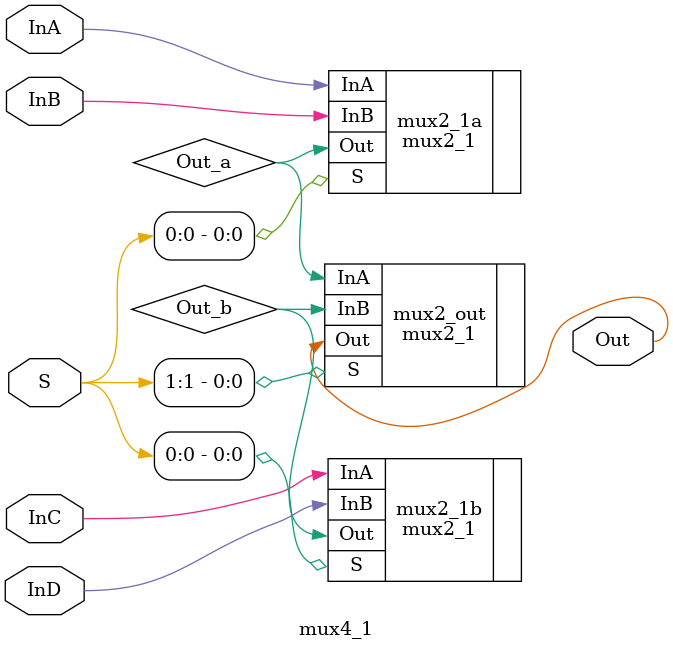
<source format=v>
/*
    CS/ECE 552 Spring '20
    Homework #1, Problem 1

    4-1 mux template
*/
module mux4_1(InA, InB, InC, InD, S, Out);
    input        InA, InB, InC, InD;
    input [1:0]  S;
    output       Out;

    wire Out_a, Out_b;
    wire out_not;


    mux2_1 mux2_1a(
        .InA(InA), 
        .InB(InB), 
        .S(S[0]), 
        .Out(Out_a)
    );

    mux2_1 mux2_1b(
        .InA(InC), 
        .InB(InD), 
        .S(S[0]), 
        .Out(Out_b)
    );

  mux2_1 mux2_out(
        .InA(Out_a), 
        .InB(Out_b), 
        .S(S[1]), 
        .Out(Out)
    );

   


    // YOUR CODE HERE

endmodule

</source>
